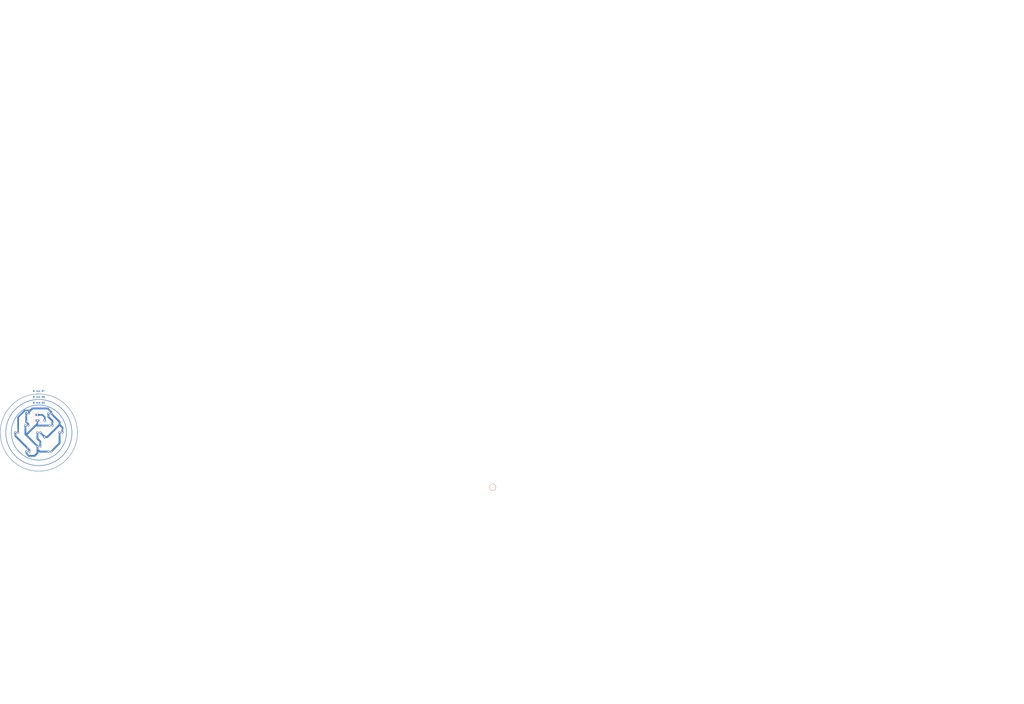
<source format=kicad_pcb>
(kicad_pcb (version 20211014) (generator pcbnew)
  (title_block (title "Mini Circular LED Panel") (date "2022-04-20") (rev "1") (comment 1 "Tec. Henrique Silva"))
  (layers (0 "F.Cu" signal) (31 "B.Cu" signal) (34 "B.Paste" user) (35 "F.Paste" user) (36 "B.SilkS" user "B.Silkscreen") (37 "F.SilkS" user "F.Silkscreen") (38 "B.Mask" user) (39 "F.Mask" user) (44 "Edge.Cuts" user))
  (net 0 "")
  (net 1 "PWR")
  (net 2 "GND")
  (net 3 "Net-(R2-Pad2)")
  (net 4 "Net-(D1-Pad1)")
  (net 5 "Net-(D3-Pad1)")
  (net 6 "Net-(D5-Pad1)")
  (net 7 "Net-(D7-Pad1)")
  (net 8 "Net-(D10-Pad2)")
  (footprint "Resistor_THT:R_Axial_DIN0411_L9.9mm_D3.6mm_P15.24mm_Horizontal" (layer "F.Cu") (at 62.878001 58.505492 90)
    (fp_text reference "R2" (at 7.62 -2.92 90) (layer "F.SilkS"))
    (fp_text value "Rl 2W")
    (fp_line (start 2.55 1.92) (end 12.69 1.92) (layer "F.SilkS") (width 0.12))
    (fp_line (start 2.55 -1.92) (end 2.55 1.92) (layer "F.SilkS") (width 0.12))
    (fp_line (start 13.8 0) (end 12.69 0) (layer "F.SilkS") (width 0.12))
    (fp_line (start 1.44 0) (end 2.55 0) (layer "F.SilkS") (width 0.12))
    (fp_line (start 12.69 1.92) (end 12.69 -1.92) (layer "F.SilkS") (width 0.12))
    (fp_line (start 12.69 -1.92) (end 2.55 -1.92) (layer "F.SilkS") (width 0.12))
    (pad "1" thru_hole circle locked (at 0 0 90) (size 2.4 2.4) (drill 1.2) (layers *.Cu *.Mask) (net 1 "PWR"))
    (pad "2" thru_hole oval locked (at 15.24 0 90) (size 2.4 2.4) (drill 1.2) (layers *.Cu *.Mask) (net 3 "Net-(R2-Pad2)"))
  )
  (footprint "LED_THT:LED_D5.0mm" (layer "F.Cu") (at 46.109001 36.915492)
    (fp_text reference "D1" (at 1.27 -3.96) (layer "F.SilkS"))
    (fp_text value "LED")
    (fp_line (start -1.29 -1.545) (end -1.29 1.545) (layer "F.SilkS") (width 0.12))
    (fp_arc (start 4.26 -0.000462) (mid 2.072002 2.880433) (end -1.29 1.54483) (layer "F.SilkS") (width 0.12))
    (fp_arc (start -1.29 -1.54483) (mid 2.072002 -2.880433) (end 4.26 0.000462) (layer "F.SilkS") (width 0.12))
    (fp_circle (center 1.27 0) (end 3.77 0) (layer "F.SilkS") (width 0.12) (fill none))
    (pad "1" thru_hole rect (at 0 0) (size 1.8 1.8) (drill 0.9) (layers *.Cu *.Mask) (net 4 "Net-(D1-Pad1)"))
    (pad "2" thru_hole circle (at 2.54 0) (size 1.8 1.8) (drill 0.9) (layers *.Cu *.Mask) (net 1 "PWR"))
  )
  (footprint "LED_THT:LED_D5.0mm" (layer "F.Cu") (at 36.203001 54.441492)
    (fp_text reference "D7" (at 1.27 -3.96) (layer "F.SilkS"))
    (fp_text value "LED")
    (fp_line (start -1.29 -1.545) (end -1.29 1.545) (layer "F.SilkS") (width 0.12))
    (fp_arc (start -1.29 -1.54483) (mid 2.072002 -2.880433) (end 4.26 0.000462) (layer "F.SilkS") (width 0.12))
    (fp_arc (start 4.26 -0.000462) (mid 2.072002 2.880433) (end -1.29 1.54483) (layer "F.SilkS") (width 0.12))
    (fp_circle (center 1.27 0) (end 3.77 0) (layer "F.SilkS") (width 0.12) (fill none))
    (pad "1" thru_hole rect (at 0 0) (size 1.8 1.8) (drill 0.9) (layers *.Cu *.Mask) (net 7 "Net-(D7-Pad1)"))
    (pad "2" thru_hole circle (at 2.54 0) (size 1.8 1.8) (drill 0.9) (layers *.Cu *.Mask) (net 1 "PWR"))
  )
  (footprint "LED_THT:LED_D5.0mm" (layer "F.Cu") (at 56.269001 54.441492)
    (fp_text reference "D5" (at 1.27 -3.96) (layer "F.SilkS"))
    (fp_text value "LED")
    (fp_line (start -1.29 -1.545) (end -1.29 1.545) (layer "F.SilkS") (width 0.12))
    (fp_arc (start 4.26 -0.000462) (mid 2.072002 2.880433) (end -1.29 1.54483) (layer "F.SilkS") (width 0.12))
    (fp_arc (start -1.29 -1.54483) (mid 2.072002 -2.880433) (end 4.26 0.000462) (layer "F.SilkS") (width 0.12))
    (fp_circle (center 1.27 0) (end 3.77 0) (layer "F.SilkS") (width 0.12) (fill none))
    (pad "1" thru_hole rect (at 0 0) (size 1.8 1.8) (drill 0.9) (layers *.Cu *.Mask) (net 6 "Net-(D5-Pad1)"))
    (pad "2" thru_hole circle (at 2.54 0) (size 1.8 1.8) (drill 0.9) (layers *.Cu *.Mask) (net 1 "PWR"))
  )
  (footprint "LED_THT:LED_D5.0mm" (layer "F.Cu") (at 66.175001 71.713492)
    (fp_text reference "D10" (at 1.27 -3.96) (layer "F.SilkS"))
    (fp_text value "LED")
    (fp_line (start -1.29 -1.545) (end -1.29 1.545) (layer "F.SilkS") (width 0.12))
    (fp_arc (start 4.26 -0.000462) (mid 2.072002 2.880433) (end -1.29 1.54483) (layer "F.SilkS") (width 0.12))
    (fp_arc (start -1.29 -1.54483) (mid 2.072002 -2.880433) (end 4.26 0.000462) (layer "F.SilkS") (width 0.12))
    (fp_circle (center 1.27 0) (end 3.77 0) (layer "F.SilkS") (width 0.12) (fill none))
    (pad "1" thru_hole rect (at 0 0) (size 1.8 1.8) (drill 0.9) (layers *.Cu *.Mask) (net 2 "GND"))
    (pad "2" thru_hole circle (at 2.54 0) (size 1.8 1.8) (drill 0.9) (layers *.Cu *.Mask) (net 8 "Net-(D10-Pad2)"))
  )
  (footprint "LED_THT:LED_D5.0mm" (layer "F.Cu") (at 67.191001 48.091492)
    (fp_text reference "D4" (at 1.27 -3.96) (layer "F.SilkS"))
    (fp_text value "LED")
    (fp_line (start -1.29 -1.545) (end -1.29 1.545) (layer "F.SilkS") (width 0.12))
    (fp_arc (start 4.26 -0.000462) (mid 2.072002 2.880433) (end -1.29 1.54483) (layer "F.SilkS") (width 0.12))
    (fp_arc (start -1.29 -1.54483) (mid 2.072002 -2.880433) (end 4.26 0.000462) (layer "F.SilkS") (width 0.12))
    (fp_circle (center 1.27 0) (end 3.77 0) (layer "F.SilkS") (width 0.12) (fill none))
    (pad "1" thru_hole rect (at 0 0) (size 1.8 1.8) (drill 0.9) (layers *.Cu *.Mask) (net 2 "GND"))
    (pad "2" thru_hole circle (at 2.54 0) (size 1.8 1.8) (drill 0.9) (layers *.Cu *.Mask) (net 5 "Net-(D3-Pad1)"))
  )
  (footprint "LED_THT:LED_D5.0mm" (layer "F.Cu") (at 46.363001 71.713492)
    (fp_text reference "D8" (at 1.27 -3.96) (layer "F.SilkS"))
    (fp_text value "LED")
    (fp_line (start -1.29 -1.545) (end -1.29 1.545) (layer "F.SilkS") (width 0.12))
    (fp_arc (start -1.29 -1.54483) (mid 2.072002 -2.880433) (end 4.26 0.000462) (layer "F.SilkS") (width 0.12))
    (fp_arc (start 4.26 -0.000462) (mid 2.072002 2.880433) (end -1.29 1.54483) (layer "F.SilkS") (width 0.12))
    (fp_circle (center 1.27 0) (end 3.77 0) (layer "F.SilkS") (width 0.12) (fill none))
    (pad "1" thru_hole rect (at 0 0) (size 1.8 1.8) (drill 0.9) (layers *.Cu *.Mask) (net 2 "GND"))
    (pad "2" thru_hole circle (at 2.54 0) (size 1.8 1.8) (drill 0.9) (layers *.Cu *.Mask) (net 7 "Net-(D7-Pad1)"))
  )
  (footprint "LED_THT:LED_D5.0mm" (layer "F.Cu") (at 56.269001 66.887492)
    (fp_text reference "D6" (at 1.27 -3.96) (layer "F.SilkS"))
    (fp_text value "LED")
    (fp_line (start -1.29 -1.545) (end -1.29 1.545) (layer "F.SilkS") (width 0.12))
    (fp_arc (start -1.29 -1.54483) (mid 2.072002 -2.880433) (end 4.26 0.000462) (layer "F.SilkS") (width 0.12))
    (fp_arc (start 4.26 -0.000462) (mid 2.072002 2.880433) (end -1.29 1.54483) (layer "F.SilkS") (width 0.12))
    (fp_circle (center 1.27 0) (end 3.77 0) (layer "F.SilkS") (width 0.12) (fill none))
    (pad "1" thru_hole rect (at 0 0) (size 1.8 1.8) (drill 0.9) (layers *.Cu *.Mask) (net 2 "GND"))
    (pad "2" thru_hole circle (at 2.54 0) (size 1.8 1.8) (drill 0.9) (layers *.Cu *.Mask) (net 6 "Net-(D5-Pad1)"))
  )
  (footprint "LED_THT:LED_D5.0mm" (layer "F.Cu") (at 76.335001 54.441492)
    (fp_text reference "D9" (at 1.27 -3.96) (layer "F.SilkS"))
    (fp_text value "LED")
    (fp_line (start -1.29 -1.545) (end -1.29 1.545) (layer "F.SilkS") (width 0.12))
    (fp_arc (start -1.29 -1.54483) (mid 2.072002 -2.880433) (end 4.26 0.000462) (layer "F.SilkS") (width 0.12))
    (fp_arc (start 4.26 -0.000462) (mid 2.072002 2.880433) (end -1.29 1.54483) (layer "F.SilkS") (width 0.12))
    (fp_circle (center 1.27 0) (end 3.77 0) (layer "F.SilkS") (width 0.12) (fill none))
    (pad "1" thru_hole rect (at 0 0) (size 1.8 1.8) (drill 0.9) (layers *.Cu *.Mask) (net 8 "Net-(D10-Pad2)"))
    (pad "2" thru_hole circle (at 2.54 0) (size 1.8 1.8) (drill 0.9) (layers *.Cu *.Mask) (net 1 "PWR"))
  )
  (footprint "LED_THT:LED_D5.0mm" (layer "F.Cu") (at 45.347001 48.091492)
    (fp_text reference "D2" (at 1.27 -3.96) (layer "F.SilkS"))
    (fp_text value "LED")
    (fp_line (start -1.29 -1.545) (end -1.29 1.545) (layer "F.SilkS") (width 0.12))
    (fp_arc (start -1.29 -1.54483) (mid 2.072002 -2.880433) (end 4.26 0.000462) (layer "F.SilkS") (width 0.12))
    (fp_arc (start 4.26 -0.000462) (mid 2.072002 2.880433) (end -1.29 1.54483) (layer "F.SilkS") (width 0.12))
    (fp_circle (center 1.27 0) (end 3.77 0) (layer "F.SilkS") (width 0.12) (fill none))
    (pad "1" thru_hole rect (at 0 0) (size 1.8 1.8) (drill 0.9) (layers *.Cu *.Mask) (net 2 "GND"))
    (pad "2" thru_hole circle (at 2.54 0) (size 1.8 1.8) (drill 0.9) (layers *.Cu *.Mask) (net 4 "Net-(D1-Pad1)"))
  )
  (footprint "LED_THT:LED_D5.0mm" (layer "F.Cu") (at 66.175001 37.169492)
    (fp_text reference "D3" (at 1.27 -3.96) (layer "F.SilkS"))
    (fp_text value "LED")
    (fp_line (start -1.29 -1.545) (end -1.29 1.545) (layer "F.SilkS") (width 0.12))
    (fp_arc (start 4.26 -0.000462) (mid 2.072002 2.880433) (end -1.29 1.54483) (layer "F.SilkS") (width 0.12))
    (fp_arc (start -1.29 -1.54483) (mid 2.072002 -2.880433) (end 4.26 0.000462) (layer "F.SilkS") (width 0.12))
    (fp_circle (center 1.27 0) (end 3.77 0) (layer "F.SilkS") (width 0.12) (fill none))
    (pad "1" thru_hole rect (at 0 0) (size 1.8 1.8) (drill 0.9) (layers *.Cu *.Mask) (net 5 "Net-(D3-Pad1)"))
    (pad "2" thru_hole circle (at 2.54 0) (size 1.8 1.8) (drill 0.9) (layers *.Cu *.Mask) (net 1 "PWR"))
  )
  (footprint "Connector_Phoenix_MC_HighVoltage:PhoenixContact_MCV_1,5_2-G-5.08_1x02_P5.08mm_Vertical" (layer "B.Cu") (at 56.274001 38.439492 -90)
    (fp_text reference "J1" (at 2.54 5.55 90) (layer "B.SilkS") (effects (justify mirror)))
    (fp_text value "Screw_Terminal_01x02")
    (fp_line (start -2.65 -3.01) (end 7.73 -3.01) (layer "B.SilkS") (width 0.12))
    (fp_line (start 0.75 2.5) (end 0.75 2.15) (layer "B.SilkS") (width 0.12))
    (fp_line (start -1.5 2.15) (end -0.75 2.15) (layer "B.SilkS") (width 0.12))
    (fp_line (start 5.83 2.5) (end 5.83 2.15) (layer "B.SilkS") (width 0.12))
    (fp_line (start -0.75 2.15) (end -0.75 2.5) (layer "B.SilkS") (width 0.12))
    (fp_line (start -1.25 2.5) (end -1.5 3.5) (layer "B.SilkS") (width 0.12))
    (fp_line (start -0.75 -2.15) (end -1.5 -2.15) (layer "B.SilkS") (width 0.12))
    (fp_line (start 6.58 3.5) (end 6.33 2.5) (layer "B.SilkS") (width 0.12))
    (fp_line (start -2.65 4.46) (end -2.65 -3.01) (layer "B.SilkS") (width 0.12))
    (fp_line (start 6.33 2.5) (end 5.83 2.5) (layer "B.SilkS") (width 0.12))
    (fp_line (start 4.33 2.15) (end 4.33 2.5) (layer "B.SilkS") (width 0.12))
    (fp_line (start 5.83 2.15) (end 6.58 2.15) (layer "B.SilkS") (width 0.12))
    (fp_line (start 6.58 2.15) (end 6.58 -2.15) (layer "B.SilkS") (width 0.12))
    (fp_line (start 1.25 2.5) (end 0.75 2.5) (layer "B.SilkS") (width 0.12))
    (fp_line (start 3.58 -2.15) (end 3.58 2.15) (layer "B.SilkS") (width 0.12))
    (fp_line (start 3.83 2.5) (end 3.58 3.5) (layer "B.SilkS") (width 0.12))
    (fp_line (start 0.75 2.15) (end 1.5 2.15) (layer "B.SilkS") (width 0.12))
    (fp_line (start 7.73 -3.01) (end 7.73 4.46) (layer "B.SilkS") (width 0.12))
    (fp_line (start -3.04 4.85) (end -1.04 4.85) (layer "B.SilkS") (width 0.12))
    (fp_line (start -3.04 3.6) (end -3.04 4.85) (layer "B.SilkS") (width 0.12))
    (fp_line (start -0.75 2.5) (end -1.25 2.5) (layer "B.SilkS") (width 0.12))
    (fp_line (start -1.5 3.5) (end 1.5 3.5) (layer "B.SilkS") (width 0.12))
    (fp_line (start 1.5 2.15) (end 1.5 -2.15) (layer "B.SilkS") (width 0.12))
    (fp_line (start 4.33 -2.15) (end 3.58 -2.15) (layer "B.SilkS") (width 0.12))
    (fp_line (start 3.58 2.15) (end 4.33 2.15) (layer "B.SilkS") (width 0.12))
    (fp_line (start -1.5 -2.15) (end -1.5 2.15) (layer "B.SilkS") (width 0.12))
    (fp_line (start 3.58 3.5) (end 6.58 3.5) (layer "B.SilkS") (width 0.12))
    (fp_line (start 4.33 2.5) (end 3.83 2.5) (layer "B.SilkS") (width 0.12))
    (fp_line (start 7.73 4.46) (end -2.65 4.46) (layer "B.SilkS") (width 0.12))
    (fp_line (start 1.5 3.5) (end 1.25 2.5) (layer "B.SilkS") (width 0.12))
    (fp_line (start 6.58 -2.15) (end 5.83 -2.15) (layer "B.SilkS") (width 0.12))
    (fp_line (start 1.5 -2.15) (end 0.75 -2.15) (layer "B.SilkS") (width 0.12))
    (fp_arc (start 5.829647 -2.149844) (mid 5.079807 -1.99191) (end 4.33 -2.15) (layer "B.SilkS") (width 0.12))
    (fp_arc (start 0.749647 -2.149844) (mid -0.000193 -1.99191) (end -0.75 -2.15) (layer "B.SilkS") (width 0.12))
    (pad "1" thru_hole roundrect (at 0 0 270) (size 1.8 3.6) (drill 1.2) (layers *.Cu *.Mask) (roundrect_rratio 0.138889) (net 3 "Net-(R2-Pad2)"))
    (pad "2" thru_hole oval (at 5.08 0 270) (size 1.8 3.6) (drill 1.2) (layers *.Cu *.Mask) (net 2 "GND"))
  )
  (gr_circle (center 469 104.01) (end 470.61 106.55) (layer "F.Cu") (width 0.2) (fill none))
  (gr_circle (center 57.544001 54.441492) (end 87.544001 54.441492) (layer "B.Cu") (width 0.5) (fill none))
  (gr_circle (center 57.544001 54.441492) (end 82.544001 54.441492) (layer "B.Cu") (width 0.5) (fill none))
  (gr_circle (center 57.544001 54.441492) (end 92.544001 54.441492) (layer "B.Cu") (width 0.5) (fill none))
  (gr_circle (center 57.544001 54.441492) (end 92.544001 54.441492) (layer "Edge.Cuts") (width 0.25) (fill none))
  (gr_text "50 mm Ø" (at 57.544001 27.441492) (layer "B.Cu") (effects (font (size 1.5 1.5) (thickness 0.3)) (justify mirror)))
  (gr_text "70 mm Ø" (at 57.544001 16.849492) (layer "B.Cu") (effects (font (size 1.5 1.5) (thickness 0.3)) (justify mirror)))
  (gr_text "60 mm Ø" (at 57.544001 22.183492) (layer "B.Cu") (effects (font (size 1.5 1.5) (thickness 0.3)) (justify mirror)))
  (segment (start 65.164001 58.505492) (end 76.340001 47.329492) (width 1.75) (layer "B.Cu") (net 1))
  (segment (start 48.649001 36.915492) (end 48.649001 35.650492) (width 1.75) (layer "B.Cu") (net 1))
  (segment (start 65.672001 32.597492) (end 68.715001 35.640492) (width 1.75) (layer "B.Cu") (net 1))
  (segment (start 51.702001 32.597492) (end 65.672001 32.597492) (width 1.75) (layer "B.Cu") (net 1))
  (segment (start 76.340001 44.794492) (end 76.340001 47.329492) (width 1.75) (layer "B.Cu") (net 1))
  (segment (start 44.849979 34.375492) (end 49.924001 34.375492) (width 1.5) (layer "B.Cu") (net 1))
  (segment (start 62.873001 58.505492) (end 65.164001 58.505492) (width 1.75) (layer "B.Cu") (net 1))
  (segment (start 76.340001 47.329492) (end 78.875001 49.864492) (width 1.75) (layer "B.Cu") (net 1))
  (segment (start 68.715001 37.169492) (end 76.340001 44.794492) (width 1.75) (layer "B.Cu") (net 1))
  (segment (start 78.875001 49.864492) (end 78.875001 54.441492) (width 1.75) (layer "B.Cu") (net 1))
  (segment (start 68.715001 35.640492) (end 68.715001 37.169492) (width 1.75) (layer "B.Cu") (net 1))
  (segment (start 38.743001 54.441492) (end 38.743001 40.48247) (width 1.5) (layer "B.Cu") (net 1))
  (segment (start 48.649001 35.650492) (end 51.702001 32.597492) (width 1.75) (layer "B.Cu") (net 1))
  (segment (start 38.743001 40.48247) (end 44.849979 34.375492) (width 1.5) (layer "B.Cu") (net 1))
  (segment (start 58.809001 54.441492) (end 62.873001 58.505492) (width 1.75) (layer "B.Cu") (net 1))
  (segment (start 46.363001 71.713492) (end 46.363001 73.486492) (width 1.75) (layer "B.Cu") (net 2))
  (segment (start 56.269001 67.210584) (end 56.269001 66.887492) (width 1.75) (layer "B.Cu") (net 2))
  (segment (start 53.734001 75.523492) (end 56.269001 72.988492) (width 1.75) (layer "B.Cu") (net 2))
  (segment (start 46.363001 73.486492) (end 48.400001 75.523492) (width 1.75) (layer "B.Cu") (net 2))
  (segment (start 56.274001 43.519492) (end 56.274001 44.027492) (width 1.5) (layer "B.Cu") (net 2))
  (segment (start 46.622001 55.965492) (end 45.347001 55.965492) (width 1.75) (layer "B.Cu") (net 2))
  (segment (start 58.306001 71.713492) (end 56.269001 69.676492) (width 1.75) (layer "B.Cu") (net 2))
  (segment (start 56.269001 72.988492) (end 56.269001 67.210584) (width 1.75) (layer "B.Cu") (net 2))
  (segment (start 67.191001 48.091492) (end 54.496001 48.091492) (width 1.75) (layer "B.Cu") (net 2))
  (segment (start 66.175001 71.713492) (end 58.306001 71.713492) (width 1.75) (layer "B.Cu") (net 2))
  (segment (start 45.347001 55.965492) (end 56.269001 66.887492) (width 1.75) (layer "B.Cu") (net 2))
  (segment (start 56.274001 43.519492) (end 56.274001 46.313492) (width 1.5) (layer "B.Cu") (net 2))
  (segment (start 48.400001 75.523492) (end 53.734001 75.523492) (width 1.75) (layer "B.Cu") (net 2))
  (segment (start 56.274001 46.313492) (end 54.496001 48.091492) (width 1.5) (layer "B.Cu") (net 2))
  (segment (start 45.347001 48.091492) (end 45.347001 55.965492) (width 1.75) (layer "B.Cu") (net 2))
  (segment (start 56.269001 69.676492) (end 56.269001 67.210584) (width 1.75) (layer "B.Cu") (net 2))
  (segment (start 54.496001 48.091492) (end 46.622001 55.965492) (width 1.75) (layer "B.Cu") (net 2))
  (segment (start 60.846001 38.439492) (end 56.274001 38.439492) (width 1.5) (layer "B.Cu") (net 3))
  (segment (start 62.878001 40.471492) (end 60.846001 38.439492) (width 1.5) (layer "B.Cu") (net 3))
  (segment (start 62.878001 43.265492) (end 62.878001 40.471492) (width 1.5) (layer "B.Cu") (net 3))
  (segment (start 47.887001 46.58247) (end 47.887001 48.091492) (width 1.75) (layer "B.Cu") (net 4))
  (segment (start 46.109001 36.915492) (end 46.109001 44.80447) (width 1.75) (layer "B.Cu") (net 4))
  (segment (start 46.109001 44.80447) (end 47.887001 46.58247) (width 1.75) (layer "B.Cu") (net 4))
  (segment (start 66.175001 37.169492) (end 66.175001 40.212492) (width 1.75) (layer "B.Cu") (net 5))
  (segment (start 69.731001 43.768492) (end 69.731001 48.091492) (width 1.75) (layer "B.Cu") (net 5))
  (segment (start 66.175001 40.212492) (end 69.731001 43.768492) (width 1.75) (layer "B.Cu") (net 5))
  (segment (start 56.269001 54.441492) (end 56.269001 60.024492) (width 1.75) (layer "B.Cu") (net 6))
  (segment (start 58.809001 62.564492) (end 58.809001 66.887492) (width 1.75) (layer "B.Cu") (net 6))
  (segment (start 56.269001 60.024492) (end 58.809001 62.564492) (width 1.75) (layer "B.Cu") (net 6))
  (segment (start 36.203001 57.50447) (end 36.203001 54.441492) (width 1.75) (layer "B.Cu") (net 7))
  (segment (start 48.903001 70.20447) (end 36.203001 57.50447) (width 1.75) (layer "B.Cu") (net 7))
  (segment (start 48.903001 71.713492) (end 48.903001 70.20447) (width 1.75) (layer "B.Cu") (net 7))
  (segment (start 76.335001 64.093492) (end 76.335001 54.441492) (width 1.75) (layer "B.Cu") (net 8))
  (segment (start 68.715001 71.713492) (end 76.335001 64.093492) (width 1.75) (layer "B.Cu") (net 8))
)
</source>
